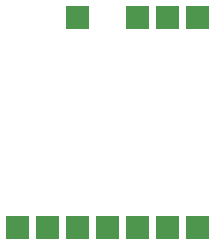
<source format=gbs>
G04 (created by PCBNEW (2013-jul-07)-stable) date Sun 10 Jul 2016 10:25:08 PM EDT*
%MOIN*%
G04 Gerber Fmt 3.4, Leading zero omitted, Abs format*
%FSLAX34Y34*%
G01*
G70*
G90*
G04 APERTURE LIST*
%ADD10C,0.00590551*%
G04 APERTURE END LIST*
G54D10*
G36*
X15885Y-19485D02*
X15114Y-19485D01*
X15114Y-18714D01*
X15885Y-18714D01*
X15885Y-19485D01*
X15885Y-19485D01*
G37*
G36*
X16885Y-19485D02*
X16114Y-19485D01*
X16114Y-18714D01*
X16885Y-18714D01*
X16885Y-19485D01*
X16885Y-19485D01*
G37*
G36*
X17885Y-12485D02*
X17114Y-12485D01*
X17114Y-11714D01*
X17885Y-11714D01*
X17885Y-12485D01*
X17885Y-12485D01*
G37*
G36*
X17885Y-19485D02*
X17114Y-19485D01*
X17114Y-18714D01*
X17885Y-18714D01*
X17885Y-19485D01*
X17885Y-19485D01*
G37*
G36*
X18885Y-19485D02*
X18114Y-19485D01*
X18114Y-18714D01*
X18885Y-18714D01*
X18885Y-19485D01*
X18885Y-19485D01*
G37*
G36*
X19885Y-12485D02*
X19114Y-12485D01*
X19114Y-11714D01*
X19885Y-11714D01*
X19885Y-12485D01*
X19885Y-12485D01*
G37*
G36*
X19885Y-19485D02*
X19114Y-19485D01*
X19114Y-18714D01*
X19885Y-18714D01*
X19885Y-19485D01*
X19885Y-19485D01*
G37*
G36*
X20885Y-12485D02*
X20114Y-12485D01*
X20114Y-11714D01*
X20885Y-11714D01*
X20885Y-12485D01*
X20885Y-12485D01*
G37*
G36*
X20885Y-19485D02*
X20114Y-19485D01*
X20114Y-18714D01*
X20885Y-18714D01*
X20885Y-19485D01*
X20885Y-19485D01*
G37*
G36*
X21885Y-12485D02*
X21114Y-12485D01*
X21114Y-11714D01*
X21885Y-11714D01*
X21885Y-12485D01*
X21885Y-12485D01*
G37*
G36*
X21885Y-19485D02*
X21114Y-19485D01*
X21114Y-18714D01*
X21885Y-18714D01*
X21885Y-19485D01*
X21885Y-19485D01*
G37*
M02*

</source>
